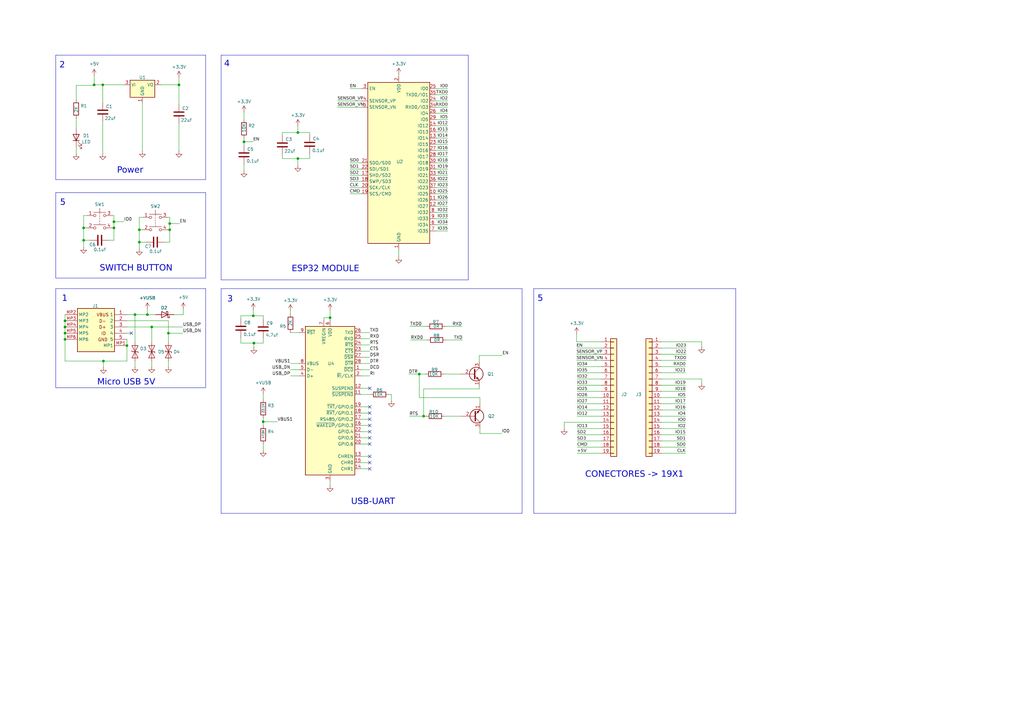
<source format=kicad_sch>
(kicad_sch (version 20230121) (generator eeschema)
  (paper "A3")
  (title_block (title "Modulo ESP32-DevKitC-V4") (date "2023-06-03") (rev "V 1.1") (company "MACHINE ELECTRONICS") (comment 1 "Raudy Rodríguez Moreno"))
  (lib_symbols
    (symbol "Connector_Generic:Conn_01x19" (pin_names (offset 1.016) hide)
      (property "Reference" "J" (at 0 25.4 0))
      (property "Value" "Conn_01x19" (at 0 -25.4 0))
      (symbol "Conn_01x19_1_1"
        (rectangle (start -1.27 -22.733) (end 0 -22.987) (stroke (width 0.1524)))
        (rectangle (start -1.27 -20.193) (end 0 -20.447) (stroke (width 0.1524)))
        (rectangle (start -1.27 -17.653) (end 0 -17.907) (stroke (width 0.1524)))
        (rectangle (start -1.27 -15.113) (end 0 -15.367) (stroke (width 0.1524)))
        (rectangle (start -1.27 -12.573) (end 0 -12.827) (stroke (width 0.1524)))
        (rectangle (start -1.27 -10.033) (end 0 -10.287) (stroke (width 0.1524)))
        (rectangle (start -1.27 -7.493) (end 0 -7.747) (stroke (width 0.1524)))
        (rectangle (start -1.27 -4.953) (end 0 -5.207) (stroke (width 0.1524)))
        (rectangle (start -1.27 -2.413) (end 0 -2.667) (stroke (width 0.1524)))
        (rectangle (start -1.27 0.127) (end 0 -0.127) (stroke (width 0.1524)))
        (rectangle (start -1.27 2.667) (end 0 2.413) (stroke (width 0.1524)))
        (rectangle (start -1.27 5.207) (end 0 4.953) (stroke (width 0.1524)))
        (rectangle (start -1.27 7.747) (end 0 7.493) (stroke (width 0.1524)))
        (rectangle (start -1.27 10.287) (end 0 10.033) (stroke (width 0.1524)))
        (rectangle (start -1.27 12.827) (end 0 12.573) (stroke (width 0.1524)))
        (rectangle (start -1.27 15.367) (end 0 15.113) (stroke (width 0.1524)))
        (rectangle (start -1.27 17.907) (end 0 17.653) (stroke (width 0.1524)))
        (rectangle (start -1.27 20.447) (end 0 20.193) (stroke (width 0.1524)))
        (rectangle (start -1.27 22.987) (end 0 22.733) (stroke (width 0.1524)))
        (rectangle (start -1.27 24.13) (end 1.27 -24.13) (stroke (width 0.254)) (fill (type background)))
        (pin passive line (at -5.08 22.86 0) (length 3.81) (name "Pin_1") (number "1"))
        (pin passive line (at -5.08 0 0) (length 3.81) (name "Pin_10") (number "10"))
        (pin passive line (at -5.08 -2.54 0) (length 3.81) (name "Pin_11") (number "11"))
        (pin passive line (at -5.08 -5.08 0) (length 3.81) (name "Pin_12") (number "12"))
        (pin passive line (at -5.08 -7.62 0) (length 3.81) (name "Pin_13") (number "13"))
        (pin passive line (at -5.08 -10.16 0) (length 3.81) (name "Pin_14") (number "14"))
        (pin passive line (at -5.08 -12.7 0) (length 3.81) (name "Pin_15") (number "15"))
        (pin passive line (at -5.08 -15.24 0) (length 3.81) (name "Pin_16") (number "16"))
        (pin passive line (at -5.08 -17.78 0) (length 3.81) (name "Pin_17") (number "17"))
        (pin passive line (at -5.08 -20.32 0) (length 3.81) (name "Pin_18") (number "18"))
        (pin passive line (at -5.08 -22.86 0) (length 3.81) (name "Pin_19") (number "19"))
        (pin passive line (at -5.08 20.32 0) (length 3.81) (name "Pin_2") (number "2"))
        (pin passive line (at -5.08 17.78 0) (length 3.81) (name "Pin_3") (number "3"))
        (pin passive line (at -5.08 15.24 0) (length 3.81) (name "Pin_4") (number "4"))
        (pin passive line (at -5.08 12.7 0) (length 3.81) (name "Pin_5") (number "5"))
        (pin passive line (at -5.08 10.16 0) (length 3.81) (name "Pin_6") (number "6"))
        (pin passive line (at -5.08 7.62 0) (length 3.81) (name "Pin_7") (number "7"))
        (pin passive line (at -5.08 5.08 0) (length 3.81) (name "Pin_8") (number "8"))
        (pin passive line (at -5.08 2.54 0) (length 3.81) (name "Pin_9") (number "9"))
      )
    )
    (symbol "Device:C" (pin_numbers hide) (pin_names (offset 0.254))
      (property "Reference" "C" (at 0.635 2.54 0))
      (property "Value" "C" (at 0.635 -2.54 0))
      (symbol "C_0_1"
        (polyline (pts (xy -2.032 -0.762) (xy 2.032 -0.762)) (stroke (width 0.508)))
        (polyline (pts (xy -2.032 0.762) (xy 2.032 0.762)) (stroke (width 0.508)))
      )
      (symbol "C_1_1"
        (pin passive line (at 0 3.81 270) (length 2.794) (name "~") (number "1"))
        (pin passive line (at 0 -3.81 90) (length 2.794) (name "~") (number "2"))
      )
    )
    (symbol "Device:D_Schottky" (pin_numbers hide) (pin_names (offset 1.016) hide)
      (property "Reference" "D" (at 0 2.54 0))
      (property "Value" "D_Schottky" (at 0 -2.54 0))
      (symbol "D_Schottky_0_1"
        (polyline (pts (xy 1.27 0) (xy -1.27 0)))
        (polyline (pts (xy 1.27 1.27) (xy 1.27 -1.27) (xy -1.27 0) (xy 1.27 1.27)) (stroke (width 0.254)))
        (polyline (pts (xy -1.905 0.635) (xy -1.905 1.27) (xy -1.27 1.27) (xy -1.27 -1.27) (xy -0.635 -1.27) (xy -0.635 -0.635)) (stroke (width 0.254)))
      )
      (symbol "D_Schottky_1_1"
        (pin passive line (at -3.81 0 0) (length 2.54) (name "K") (number "1"))
        (pin passive line (at 3.81 0 180) (length 2.54) (name "A") (number "2"))
      )
    )
    (symbol "Device:LED" (pin_numbers hide) (pin_names (offset 1.016) hide)
      (property "Reference" "D" (at 0 2.54 0))
      (property "Value" "LED" (at 0 -2.54 0))
      (symbol "LED_0_1"
        (polyline (pts (xy -1.27 -1.27) (xy -1.27 1.27)) (stroke (width 0.254)))
        (polyline (pts (xy -1.27 0) (xy 1.27 0)))
        (polyline (pts (xy 1.27 -1.27) (xy 1.27 1.27) (xy -1.27 0) (xy 1.27 -1.27)) (stroke (width 0.254)))
        (polyline (pts (xy -3.048 -0.762) (xy -4.572 -2.286) (xy -3.81 -2.286) (xy -4.572 -2.286) (xy -4.572 -1.524)))
        (polyline (pts (xy -1.778 -0.762) (xy -3.302 -2.286) (xy -2.54 -2.286) (xy -3.302 -2.286) (xy -3.302 -1.524)))
      )
      (symbol "LED_1_1"
        (pin passive line (at -3.81 0 0) (length 2.54) (name "K") (number "1"))
        (pin passive line (at 3.81 0 180) (length 2.54) (name "A") (number "2"))
      )
    )
    (symbol "Device:R" (pin_numbers hide) (pin_names (offset 0))
      (property "Reference" "R" (at 2.032 0 90))
      (property "Value" "R" (at 0 0 90))
      (symbol "R_0_1"
        (rectangle (start -1.016 -2.54) (end 1.016 2.54) (stroke (width 0.254)))
      )
      (symbol "R_1_1"
        (pin passive line (at 0 3.81 270) (length 1.27) (name "~") (number "1"))
        (pin passive line (at 0 -3.81 90) (length 1.27) (name "~") (number "2"))
      )
    )
    (symbol "Diode:ESD9B3.3ST5G" (pin_numbers hide) (pin_names (offset 1.016) hide)
      (property "Reference" "D" (at 0 2.54 0))
      (property "Value" "ESD9B3.3ST5G" (at 0 -2.54 0))
      (symbol "ESD9B3.3ST5G_0_1"
        (polyline (pts (xy 1.27 0) (xy -1.27 0)))
        (polyline (pts (xy -2.54 -1.27) (xy 0 0) (xy -2.54 1.27) (xy -2.54 -1.27)) (stroke (width 0.2032)))
        (polyline (pts (xy 0.508 1.27) (xy 0 1.27) (xy 0 -1.27) (xy -0.508 -1.27)) (stroke (width 0.2032)))
        (polyline (pts (xy 2.54 1.27) (xy 2.54 -1.27) (xy 0 0) (xy 2.54 1.27)) (stroke (width 0.2032)))
      )
      (symbol "ESD9B3.3ST5G_1_1"
        (pin passive line (at -3.81 0 0) (length 2.54) (name "A1") (number "1"))
        (pin passive line (at 3.81 0 180) (length 2.54) (name "A2") (number "2"))
      )
    )
    (symbol "Interface_USB:CP2102N-Axx-xQFN28"
      (property "Reference" "U" (at -8.89 31.75 0))
      (property "Value" "CP2102N-Axx-xQFN28" (at 12.7 31.75 0))
      (symbol "CP2102N-Axx-xQFN28_0_1"
        (rectangle (start -10.16 30.48) (end 10.16 -30.48) (stroke (width 0.254)) (fill (type background)))
      )
      (symbol "CP2102N-Axx-xQFN28_1_1"
        (pin input line (at 12.7 12.7 180) (length 2.54) (name "~{DCD}") (number "1"))
        (pin no_connect line (at -10.16 -27.94 0) (length 2.54) hide (name "NC") (number "10"))
        (pin output line (at 12.7 2.54 180) (length 2.54) (name "~{SUSPEND}") (number "11"))
        (pin output line (at 12.7 5.08 180) (length 2.54) (name "SUSPEND") (number "12"))
        (pin output line (at 12.7 -22.86 180) (length 2.54) (name "CHREN") (number "13"))
        (pin output line (at 12.7 -27.94 180) (length 2.54) (name "CHR1") (number "14"))
        (pin output line (at 12.7 -25.4 180) (length 2.54) (name "CHR0") (number "15"))
        (pin bidirectional line (at 12.7 -10.16 180) (length 2.54) (name "~{WAKEUP}/GPIO.3") (number "16"))
        (pin bidirectional line (at 12.7 -7.62 180) (length 2.54) (name "RS485/GPIO.2") (number "17"))
        (pin bidirectional line (at 12.7 -5.08 180) (length 2.54) (name "~{RXT}/GPIO.1") (number "18"))
        (pin bidirectional line (at 12.7 -2.54 180) (length 2.54) (name "~{TXT}/GPIO.0") (number "19"))
        (pin bidirectional line (at 12.7 10.16 180) (length 2.54) (name "~{RI}/CLK") (number "2"))
        (pin bidirectional line (at 12.7 -17.78 180) (length 2.54) (name "GPIO.6") (number "20"))
        (pin bidirectional line (at 12.7 -15.24 180) (length 2.54) (name "GPIO.5") (number "21"))
        (pin bidirectional line (at 12.7 -12.7 180) (length 2.54) (name "GPIO.4") (number "22"))
        (pin input line (at 12.7 20.32 180) (length 2.54) (name "~{CTS}") (number "23"))
        (pin output line (at 12.7 22.86 180) (length 2.54) (name "~{RTS}") (number "24"))
        (pin input line (at 12.7 25.4 180) (length 2.54) (name "RXD") (number "25"))
        (pin output line (at 12.7 27.94 180) (length 2.54) (name "TXD") (number "26"))
        (pin input line (at 12.7 17.78 180) (length 2.54) (name "~{DSR}") (number "27"))
        (pin output line (at 12.7 15.24 180) (length 2.54) (name "~{DTR}") (number "28"))
        (pin passive line (at 0 -33.02 90) (length 2.54) hide (name "GND") (number "29"))
        (pin power_in line (at 0 -33.02 90) (length 2.54) (name "GND") (number "3"))
        (pin bidirectional line (at -12.7 10.16 0) (length 2.54) (name "D+") (number "4"))
        (pin bidirectional line (at -12.7 12.7 0) (length 2.54) (name "D-") (number "5"))
        (pin power_in line (at 0 33.02 270) (length 2.54) (name "VDD") (number "6"))
        (pin power_in line (at -2.54 33.02 270) (length 2.54) (name "VREGIN") (number "7"))
        (pin input line (at -12.7 15.24 0) (length 2.54) (name "VBUS") (number "8"))
        (pin input line (at -12.7 27.94 0) (length 2.54) (name "~{RST}") (number "9"))
      )
    )
    (symbol "RF_Module:ESP32-WROOM-32"
      (property "Reference" "U" (at -12.7 34.29 0))
      (property "Value" "ESP32-WROOM-32" (at 1.27 34.29 0))
      (symbol "ESP32-WROOM-32_0_1"
        (rectangle (start -12.7 33.02) (end 12.7 -33.02) (stroke (width 0.254)) (fill (type background)))
      )
      (symbol "ESP32-WROOM-32_1_1"
        (pin power_in line (at 0 -35.56 90) (length 2.54) (name "GND") (number "1"))
        (pin bidirectional line (at 15.24 -12.7 180) (length 2.54) (name "IO25") (number "10"))
        (pin bidirectional line (at 15.24 -15.24 180) (length 2.54) (name "IO26") (number "11"))
        (pin bidirectional line (at 15.24 -17.78 180) (length 2.54) (name "IO27") (number "12"))
        (pin bidirectional line (at 15.24 10.16 180) (length 2.54) (name "IO14") (number "13"))
        (pin bidirectional line (at 15.24 15.24 180) (length 2.54) (name "IO12") (number "14"))
        (pin passive line (at 0 -35.56 90) (length 2.54) hide (name "GND") (number "15"))
        (pin bidirectional line (at 15.24 12.7 180) (length 2.54) (name "IO13") (number "16"))
        (pin bidirectional line (at -15.24 -5.08 0) (length 2.54) (name "SHD/SD2") (number "17"))
        (pin bidirectional line (at -15.24 -7.62 0) (length 2.54) (name "SWP/SD3") (number "18"))
        (pin bidirectional line (at -15.24 -12.7 0) (length 2.54) (name "SCS/CMD") (number "19"))
        (pin power_in line (at 0 35.56 270) (length 2.54) (name "VDD") (number "2"))
        (pin bidirectional line (at -15.24 -10.16 0) (length 2.54) (name "SCK/CLK") (number "20"))
        (pin bidirectional line (at -15.24 0 0) (length 2.54) (name "SDO/SD0") (number "21"))
        (pin bidirectional line (at -15.24 -2.54 0) (length 2.54) (name "SDI/SD1") (number "22"))
        (pin bidirectional line (at 15.24 7.62 180) (length 2.54) (name "IO15") (number "23"))
        (pin bidirectional line (at 15.24 25.4 180) (length 2.54) (name "IO2") (number "24"))
        (pin bidirectional line (at 15.24 30.48 180) (length 2.54) (name "IO0") (number "25"))
        (pin bidirectional line (at 15.24 20.32 180) (length 2.54) (name "IO4") (number "26"))
        (pin bidirectional line (at 15.24 5.08 180) (length 2.54) (name "IO16") (number "27"))
        (pin bidirectional line (at 15.24 2.54 180) (length 2.54) (name "IO17") (number "28"))
        (pin bidirectional line (at 15.24 17.78 180) (length 2.54) (name "IO5") (number "29"))
        (pin input line (at -15.24 30.48 0) (length 2.54) (name "EN") (number "3"))
        (pin bidirectional line (at 15.24 0 180) (length 2.54) (name "IO18") (number "30"))
        (pin bidirectional line (at 15.24 -2.54 180) (length 2.54) (name "IO19") (number "31"))
        (pin no_connect line (at -12.7 -27.94 0) (length 2.54) hide (name "NC") (number "32"))
        (pin bidirectional line (at 15.24 -5.08 180) (length 2.54) (name "IO21") (number "33"))
        (pin bidirectional line (at 15.24 22.86 180) (length 2.54) (name "RXD0/IO3") (number "34"))
        (pin bidirectional line (at 15.24 27.94 180) (length 2.54) (name "TXD0/IO1") (number "35"))
        (pin bidirectional line (at 15.24 -7.62 180) (length 2.54) (name "IO22") (number "36"))
        (pin bidirectional line (at 15.24 -10.16 180) (length 2.54) (name "IO23") (number "37"))
        (pin passive line (at 0 -35.56 90) (length 2.54) hide (name "GND") (number "38"))
        (pin passive line (at 0 -35.56 90) (length 2.54) hide (name "GND") (number "39"))
        (pin input line (at -15.24 25.4 0) (length 2.54) (name "SENSOR_VP") (number "4"))
        (pin input line (at -15.24 22.86 0) (length 2.54) (name "SENSOR_VN") (number "5"))
        (pin input line (at 15.24 -25.4 180) (length 2.54) (name "IO34") (number "6"))
        (pin input line (at 15.24 -27.94 180) (length 2.54) (name "IO35") (number "7"))
        (pin bidirectional line (at 15.24 -20.32 180) (length 2.54) (name "IO32") (number "8"))
        (pin bidirectional line (at 15.24 -22.86 180) (length 2.54) (name "IO33") (number "9"))
      )
    )
    (symbol "Regulator_Linear:AMS1117-3.3"
      (property "Reference" "U" (at -3.81 3.175 0))
      (property "Value" "AMS1117-3.3" (at 0 3.175 0))
      (symbol "AMS1117-3.3_0_1"
        (rectangle (start -5.08 -5.08) (end 5.08 1.905) (stroke (width 0.254)) (fill (type background)))
      )
      (symbol "AMS1117-3.3_1_1"
        (pin power_in line (at 0 -7.62 90) (length 2.54) (name "GND") (number "1"))
        (pin power_out line (at 7.62 0 180) (length 2.54) (name "VO") (number "2"))
        (pin power_in line (at -7.62 0 0) (length 2.54) (name "VI") (number "3"))
      )
    )
    (symbol "Switch:SW_Push_Dual" (pin_names (offset 1.016) hide)
      (property "Reference" "SW2" (at 0 7.874 0))
      (property "Value" "SW_Push_Dual" (at 0 5.334 0))
      (symbol "SW_Push_Dual_0_1"
        (circle (center -2.032 -5.08) (radius 0.508))
        (circle (center -2.032 0) (radius 0.508))
        (polyline (pts (xy 0 -3.048) (xy 0 -3.556)))
        (polyline (pts (xy 0 -2.032) (xy 0 -2.54)))
        (polyline (pts (xy 0 -1.524) (xy 0 -1.016)))
        (polyline (pts (xy 0 -0.508) (xy 0 0)))
        (polyline (pts (xy 0 0.508) (xy 0 1.016)))
        (polyline (pts (xy 0 1.27) (xy 0 3.048)))
        (polyline (pts (xy 2.54 -3.81) (xy -2.54 -3.81)))
        (polyline (pts (xy 2.54 1.27) (xy -2.54 1.27)))
        (circle (center 2.032 -5.08) (radius 0.508))
        (circle (center 2.032 0) (radius 0.508))
        (pin passive line (at -5.08 0 0) (length 2.54) (name "1") (number "1"))
      )
      (symbol "SW_Push_Dual_1_1"
        (pin passive line (at -5.08 -5.08 0) (length 2.54) (name "2") (number "2"))
        (pin passive line (at 5.08 0 180) (length 2.54) (name "3") (number "3"))
        (pin passive line (at 5.08 -5.08 180) (length 2.54) (name "4") (number "4"))
      )
    )
    (symbol "Transistor_BJT:S8050" (pin_names (offset 0) hide)
      (property "Reference" "Q" (at 5.08 1.905 0))
      (property "Value" "S8050" (at 5.08 0 0))
      (symbol "S8050_0_1"
        (polyline (pts (xy 0 0) (xy 0.635 0)))
        (polyline (pts (xy 0.635 0.635) (xy 2.54 2.54)))
        (polyline (pts (xy 0.635 -0.635) (xy 2.54 -2.54) (xy 2.54 -2.54)))
        (polyline (pts (xy 0.635 1.905) (xy 0.635 -1.905) (xy 0.635 -1.905)) (stroke (width 0.508)))
        (polyline (pts (xy 1.27 -1.778) (xy 1.778 -1.27) (xy 2.286 -2.286) (xy 1.27 -1.778) (xy 1.27 -1.778)) (fill (type outline)))
        (circle (center 1.27 0) (radius 2.8194) (stroke (width 0.254)))
      )
      (symbol "S8050_1_1"
        (pin passive line (at 2.54 -5.08 90) (length 2.54) (name "E") (number "1"))
        (pin input line (at -5.08 0 0) (length 5.08) (name "B") (number "2"))
        (pin passive line (at 2.54 5.08 270) (length 2.54) (name "C") (number "3"))
      )
    )
    (symbol "miniUSB_10118192-0002LF:10118192-0002LF"
      (property "Reference" "J" (at 21.59 7.62 0))
      (property "Value" "10118192-0002LF" (at 21.59 5.08 0))
      (symbol "10118192-0002LF_1_1"
        (rectangle (start 5.08 2.54) (end 20.32 -15.24) (stroke (width 0.254)) (fill (type background)))
        (text "D+" (at 10.0076 -5.1308 0) (effects (font (size 1.27 1.27))))
        (text "D-" (at 9.9568 -2.6416 0) (effects (font (size 1.27 1.27))))
        (text "GND" (at 9.906 -10.2616 0) (effects (font (size 1.27 1.27))))
        (text "ID" (at 9.6012 -7.7216 0) (effects (font (size 1.27 1.27))))
        (text "VBUS" (at 9.9568 -0.0508 0) (effects (font (size 1.27 1.27))))
        (pin passive line (at 0 0 0) (length 5.08) (name "1") (number "1"))
        (pin passive line (at 0 -2.54 0) (length 5.08) (name "2") (number "2"))
        (pin passive line (at 0 -5.08 0) (length 5.08) (name "3") (number "3"))
        (pin passive line (at 0 -7.62 0) (length 5.08) (name "4") (number "4"))
        (pin passive line (at 0 -10.16 0) (length 5.08) (name "5") (number "5"))
        (pin passive line (at 0 -12.7 0) (length 5.08) (name "MP1") (number "MP1"))
        (pin passive line (at 25.4 0 180) (length 5.08) (name "MP2") (number "MP2"))
        (pin passive line (at 25.4 -2.54 180) (length 5.08) (name "MP3") (number "MP3"))
        (pin passive line (at 25.4 -5.08 180) (length 5.08) (name "MP4") (number "MP4"))
        (pin passive line (at 25.4 -7.62 180) (length 5.08) (name "MP5") (number "MP5"))
        (pin passive line (at 25.4 -10.16 180) (length 5.08) (name "MP6") (number "MP6"))
      )
    )
    (symbol "pdxlbs:+VUSB" (power) (pin_names (offset 0))
      (property "Value" "+VUSB" (at 0 3.81 0))
      (symbol "+VUSB_0_1"
        (polyline (pts (xy -0.762 1.27) (xy 0 2.54)))
        (polyline (pts (xy 0 0) (xy 0 2.54)))
        (polyline (pts (xy 0 2.54) (xy 0.762 1.27)))
      )
      (symbol "+VUSB_1_1"
        (pin power_in line (at 0 0 90) (length 0) hide (name "+VUSB") (number "1"))
      )
    )
    (symbol "power:+3.3V" (power) (pin_names (offset 0))
      (property "Value" "+3.3V" (at 0 3.556 0))
      (symbol "+3.3V_0_1"
        (polyline (pts (xy -0.762 1.27) (xy 0 2.54)))
        (polyline (pts (xy 0 0) (xy 0 2.54)))
        (polyline (pts (xy 0 2.54) (xy 0.762 1.27)))
      )
      (symbol "+3.3V_1_1"
        (pin power_in line (at 0 0 90) (length 0) hide (name "+3.3V") (number "1"))
      )
    )
    (symbol "power:+5V" (power) (pin_names (offset 0))
      (property "Value" "+5V" (at 0 3.556 0))
      (symbol "+5V_0_1"
        (polyline (pts (xy -0.762 1.27) (xy 0 2.54)))
        (polyline (pts (xy 0 0) (xy 0 2.54)))
        (polyline (pts (xy 0 2.54) (xy 0.762 1.27)))
      )
      (symbol "+5V_1_1"
        (pin power_in line (at 0 0 90) (length 0) hide (name "+5V") (number "1"))
      )
    )
    (symbol "power:GND" (power) (pin_names (offset 0))
      (property "Value" "GND" (at 0 -3.81 0))
      (symbol "GND_0_1"
        (polyline (pts (xy 0 0) (xy 0 -1.27) (xy 1.27 -1.27) (xy 0 -2.54) (xy -1.27 -1.27) (xy 0 -1.27)))
      )
      (symbol "GND_1_1"
        (pin power_in line (at 0 0 270) (length 0) hide (name "GND") (number "1"))
      )
    )
  )
  (junction (at 57.15 99.314))
  (junction (at 26.67 136.652))
  (junction (at 173.736 170.688))
  (junction (at 26.67 134.112))
  (junction (at 100.076 58.166))
  (junction (at 34.29 98.552))
  (junction (at 73.406 34.798))
  (junction (at 26.67 131.572))
  (junction (at 57.15 94.234))
  (junction (at 42.164 34.798))
  (junction (at 171.958 153.416))
  (junction (at 122.174 65.024))
  (junction (at 62.23 134.112))
  (junction (at 69.596 91.694))
  (junction (at 52.07 141.732))
  (junction (at 122.174 54.356))
  (junction (at 60.452 129.032))
  (junction (at 26.67 139.192))
  (junction (at 103.886 129.54))
  (junction (at 69.596 94.234))
  (junction (at 135.382 130.302))
  (junction (at 38.608 34.798))
  (junction (at 46.736 90.932))
  (junction (at 34.29 93.472))
  (junction (at 42.418 148.082))
  (junction (at 107.95 172.974))
  (junction (at 46.736 93.472))
  (junction (at 69.088 136.652))
  (junction (at 104.14 140.716))
  (junction (at 55.372 129.032))
  (no_connect (at 151.638 182.118))
  (no_connect (at 151.638 174.498))
  (no_connect (at 151.638 189.738))
  (no_connect (at 151.638 169.418))
  (no_connect (at 151.638 159.258))
  (no_connect (at 53.848 136.652))
  (no_connect (at 151.638 192.278))
  (no_connect (at 151.638 179.578))
  (no_connect (at 151.638 166.878))
  (no_connect (at 151.638 171.958))
  (no_connect (at 151.638 187.198))
  (no_connect (at 151.638 177.038))
  (wire (pts (xy 98.806 140.716) (xy 98.806 138.43)))
  (wire (pts (xy 132.842 130.302) (xy 135.382 130.302)))
  (polyline (pts (xy 84.328 78.994) (xy 84.328 114.046)))
  (wire (pts (xy 168.402 139.446) (xy 175.26 139.446)))
  (wire (pts (xy 281.178 157.988) (xy 271.272 157.988)))
  (wire (pts (xy 42.418 148.082) (xy 42.418 150.622)))
  (wire (pts (xy 143.51 36.322) (xy 148.336 36.322)))
  (wire (pts (xy 115.824 54.356) (xy 122.174 54.356)))
  (wire (pts (xy 52.07 131.572) (xy 69.088 131.572)))
  (wire (pts (xy 100.076 58.166) (xy 100.076 56.642)))
  (wire (pts (xy 196.85 163.068) (xy 196.85 165.608)))
  (wire (pts (xy 163.576 30.48) (xy 163.576 31.242)))
  (wire (pts (xy 73.406 34.798) (xy 73.406 42.926)))
  (wire (pts (xy 26.67 131.572) (xy 26.67 134.112)))
  (wire (pts (xy 73.406 50.546) (xy 73.406 61.976)))
  (wire (pts (xy 69.088 131.572) (xy 69.088 136.652)))
  (wire (pts (xy 115.824 55.626) (xy 115.824 54.356)))
  (wire (pts (xy 100.076 58.166) (xy 103.886 58.166)))
  (wire (pts (xy 168.148 133.858) (xy 175.006 133.858)))
  (wire (pts (xy 183.642 43.942) (xy 178.816 43.942)))
  (wire (pts (xy 100.076 67.31) (xy 100.076 70.104)))
  (wire (pts (xy 281.178 183.388) (xy 271.272 183.388)))
  (wire (pts (xy 182.626 133.858) (xy 189.484 133.858)))
  (wire (pts (xy 281.178 185.928) (xy 271.272 185.928)))
  (wire (pts (xy 69.596 89.154) (xy 68.834 89.154)))
  (wire (pts (xy 173.736 170.688) (xy 174.752 170.688)))
  (wire (pts (xy 281.432 142.748) (xy 271.272 142.748)))
  (wire (pts (xy 100.076 45.974) (xy 100.076 49.022)))
  (polyline (pts (xy 90.678 118.364) (xy 214.122 118.364)))
  (wire (pts (xy 34.29 93.472) (xy 34.29 98.552)))
  (wire (pts (xy 231.394 173.228) (xy 246.634 173.228)))
  (wire (pts (xy 38.608 34.798) (xy 42.164 34.798)))
  (wire (pts (xy 236.474 147.828) (xy 246.634 147.828)))
  (polyline (pts (xy 301.752 118.364) (xy 301.752 210.566)))
  (polyline (pts (xy 192.024 22.606) (xy 90.678 22.606)))
  (wire (pts (xy 55.372 148.082) (xy 55.372 150.368)))
  (wire (pts (xy 151.638 189.738) (xy 148.082 189.738)))
  (wire (pts (xy 135.382 130.302) (xy 135.382 131.318)))
  (wire (pts (xy 196.596 148.336) (xy 196.596 145.796)))
  (wire (pts (xy 183.642 79.502) (xy 178.816 79.502)))
  (wire (pts (xy 34.29 101.346) (xy 34.29 98.552)))
  (polyline (pts (xy 22.86 78.994) (xy 84.328 78.994)))
  (wire (pts (xy 183.642 74.422) (xy 178.816 74.422)))
  (wire (pts (xy 183.642 49.022) (xy 178.816 49.022)))
  (wire (pts (xy 26.67 139.192) (xy 26.67 148.082)))
  (wire (pts (xy 143.51 79.502) (xy 148.336 79.502)))
  (wire (pts (xy 151.638 159.258) (xy 148.082 159.258)))
  (wire (pts (xy 151.638 136.398) (xy 148.082 136.398)))
  (polyline (pts (xy 22.86 114.046) (xy 22.86 78.994)))
  (wire (pts (xy 143.51 76.962) (xy 148.336 76.962)))
  (wire (pts (xy 26.67 134.112) (xy 26.67 136.652)))
  (wire (pts (xy 57.15 94.234) (xy 57.15 99.314)))
  (wire (pts (xy 236.728 160.528) (xy 246.634 160.528)))
  (wire (pts (xy 69.088 148.082) (xy 69.088 150.368)))
  (wire (pts (xy 58.674 89.154) (xy 57.15 89.154)))
  (wire (pts (xy 151.638 166.878) (xy 148.082 166.878)))
  (wire (pts (xy 236.728 170.688) (xy 246.634 170.688)))
  (polyline (pts (xy 218.948 210.566) (xy 218.948 118.364)))
  (wire (pts (xy 52.07 129.032) (xy 55.372 129.032)))
  (wire (pts (xy 26.67 129.032) (xy 26.67 131.572)))
  (wire (pts (xy 66.04 34.798) (xy 73.406 34.798)))
  (wire (pts (xy 107.95 172.974) (xy 107.95 174.498)))
  (wire (pts (xy 236.728 180.848) (xy 246.634 180.848)))
  (wire (pts (xy 171.958 153.416) (xy 174.498 153.416)))
  (wire (pts (xy 231.394 175.768) (xy 231.394 173.228)))
  (wire (pts (xy 31.242 40.894) (xy 31.242 35.052)))
  (wire (pts (xy 183.642 84.582) (xy 178.816 84.582)))
  (wire (pts (xy 236.728 178.308) (xy 246.634 178.308)))
  (wire (pts (xy 236.728 165.608) (xy 246.634 165.608)))
  (wire (pts (xy 104.14 140.716) (xy 98.806 140.716)))
  (wire (pts (xy 73.66 91.694) (xy 69.596 91.694)))
  (wire (pts (xy 107.95 182.118) (xy 107.95 184.658)))
  (wire (pts (xy 236.728 168.148) (xy 246.634 168.148)))
  (wire (pts (xy 281.432 145.288) (xy 271.272 145.288)))
  (wire (pts (xy 271.272 155.448) (xy 287.782 155.448)))
  (wire (pts (xy 236.474 142.748) (xy 246.634 142.748)))
  (wire (pts (xy 42.164 34.798) (xy 50.8 34.798)))
  (wire (pts (xy 183.642 38.862) (xy 178.816 38.862)))
  (wire (pts (xy 26.67 148.082) (xy 42.418 148.082)))
  (wire (pts (xy 115.824 65.024) (xy 115.824 63.246)))
  (wire (pts (xy 60.452 129.032) (xy 63.754 129.032)))
  (wire (pts (xy 67.564 99.314) (xy 69.596 99.314)))
  (polyline (pts (xy 301.752 210.566) (xy 218.948 210.566)))
  (wire (pts (xy 57.15 99.314) (xy 59.944 99.314)))
  (wire (pts (xy 182.88 139.446) (xy 189.738 139.446)))
  (wire (pts (xy 31.242 35.052) (xy 38.608 35.052)))
  (wire (pts (xy 107.95 161.544) (xy 107.95 163.83)))
  (wire (pts (xy 135.382 127.254) (xy 135.382 130.302)))
  (polyline (pts (xy 90.678 210.566) (xy 90.678 118.364)))
  (wire (pts (xy 236.728 183.388) (xy 246.634 183.388)))
  (wire (pts (xy 44.704 98.552) (xy 46.736 98.552)))
  (wire (pts (xy 127 55.372) (xy 127 54.356)))
  (polyline (pts (xy 84.328 73.66) (xy 84.328 22.606)))
  (wire (pts (xy 151.638 141.478) (xy 148.082 141.478)))
  (wire (pts (xy 196.596 159.512) (xy 173.736 159.512)))
  (wire (pts (xy 31.242 60.198) (xy 31.242 62.992)))
  (wire (pts (xy 119.126 127.508) (xy 119.126 128.778)))
  (wire (pts (xy 143.51 71.882) (xy 148.336 71.882)))
  (wire (pts (xy 196.85 177.8) (xy 196.85 175.768)))
  (wire (pts (xy 183.642 69.342) (xy 178.816 69.342)))
  (wire (pts (xy 151.638 154.178) (xy 148.082 154.178)))
  (wire (pts (xy 287.782 142.24) (xy 287.782 140.208)))
  (wire (pts (xy 69.596 89.154) (xy 69.596 91.694)))
  (wire (pts (xy 151.638 151.638) (xy 148.082 151.638)))
  (polyline (pts (xy 84.328 118.364) (xy 84.328 159.004)))
  (wire (pts (xy 281.178 152.908) (xy 271.272 152.908)))
  (wire (pts (xy 62.23 134.112) (xy 74.93 134.112)))
  (wire (pts (xy 183.642 59.182) (xy 178.816 59.182)))
  (wire (pts (xy 281.178 178.308) (xy 271.272 178.308)))
  (wire (pts (xy 69.088 136.652) (xy 74.93 136.652)))
  (wire (pts (xy 236.474 145.288) (xy 246.634 145.288)))
  (polyline (pts (xy 22.86 73.66) (xy 84.328 73.66)))
  (wire (pts (xy 132.842 131.318) (xy 132.842 130.302)))
  (wire (pts (xy 38.608 35.052) (xy 38.608 34.798)))
  (wire (pts (xy 26.67 136.652) (xy 26.67 139.192)))
  (wire (pts (xy 236.728 157.988) (xy 246.634 157.988)))
  (wire (pts (xy 236.728 163.068) (xy 246.634 163.068)))
  (polyline (pts (xy 90.678 22.606) (xy 90.678 114.808)))
  (wire (pts (xy 46.736 93.472) (xy 46.736 98.552)))
  (wire (pts (xy 182.118 153.416) (xy 188.976 153.416)))
  (wire (pts (xy 183.642 56.642) (xy 178.816 56.642)))
  (wire (pts (xy 183.642 64.262) (xy 178.816 64.262)))
  (wire (pts (xy 281.178 165.608) (xy 271.272 165.608)))
  (wire (pts (xy 196.596 158.496) (xy 196.596 159.512)))
  (wire (pts (xy 148.082 161.798) (xy 151.892 161.798)))
  (wire (pts (xy 138.43 41.402) (xy 148.336 41.402)))
  (wire (pts (xy 52.07 136.652) (xy 53.848 136.652)))
  (wire (pts (xy 103.886 129.54) (xy 103.886 127)))
  (wire (pts (xy 159.512 161.798) (xy 160.528 161.798)))
  (wire (pts (xy 183.642 71.882) (xy 178.816 71.882)))
  (wire (pts (xy 183.642 54.102) (xy 178.816 54.102)))
  (polyline (pts (xy 84.328 114.046) (xy 22.86 114.046)))
  (wire (pts (xy 151.638 174.498) (xy 148.082 174.498)))
  (wire (pts (xy 58.42 42.418) (xy 58.42 61.976)))
  (wire (pts (xy 196.85 177.8) (xy 205.74 177.8)))
  (wire (pts (xy 69.596 94.234) (xy 69.596 99.314)))
  (wire (pts (xy 183.642 46.482) (xy 178.816 46.482)))
  (wire (pts (xy 55.372 129.032) (xy 60.452 129.032)))
  (wire (pts (xy 69.088 136.652) (xy 69.088 140.462)))
  (wire (pts (xy 281.178 173.228) (xy 271.272 173.228)))
  (wire (pts (xy 119.126 149.098) (xy 122.682 149.098)))
  (wire (pts (xy 183.642 41.402) (xy 178.816 41.402)))
  (wire (pts (xy 143.51 69.342) (xy 148.336 69.342)))
  (wire (pts (xy 62.23 148.082) (xy 62.23 150.368)))
  (wire (pts (xy 38.608 30.988) (xy 38.608 34.798)))
  (wire (pts (xy 34.29 93.472) (xy 35.814 93.472)))
  (wire (pts (xy 281.178 168.148) (xy 271.272 168.148)))
  (wire (pts (xy 196.596 145.796) (xy 205.994 145.796)))
  (wire (pts (xy 183.642 92.202) (xy 178.816 92.202)))
  (wire (pts (xy 151.638 171.958) (xy 148.082 171.958)))
  (wire (pts (xy 183.642 87.122) (xy 178.816 87.122)))
  (wire (pts (xy 127 65.024) (xy 122.174 65.024)))
  (wire (pts (xy 236.474 140.208) (xy 246.634 140.208)))
  (wire (pts (xy 151.638 138.938) (xy 148.082 138.938)))
  (wire (pts (xy 151.638 144.018) (xy 148.082 144.018)))
  (wire (pts (xy 151.638 146.558) (xy 148.082 146.558)))
  (wire (pts (xy 34.29 88.392) (xy 34.29 93.472)))
  (wire (pts (xy 236.474 136.906) (xy 236.474 140.208)))
  (wire (pts (xy 57.15 94.234) (xy 58.674 94.234)))
  (wire (pts (xy 46.736 90.932) (xy 46.736 93.472)))
  (polyline (pts (xy 84.328 22.606) (xy 22.86 22.606)))
  (wire (pts (xy 151.638 187.198) (xy 148.082 187.198)))
  (wire (pts (xy 45.974 93.472) (xy 46.736 93.472)))
  (wire (pts (xy 107.95 131.064) (xy 107.95 129.54)))
  (wire (pts (xy 107.95 138.684) (xy 107.95 140.716)))
  (wire (pts (xy 75.184 129.032) (xy 75.184 126.746)))
  (wire (pts (xy 122.174 65.024) (xy 115.824 65.024)))
  (wire (pts (xy 182.372 170.688) (xy 189.23 170.688)))
  (wire (pts (xy 46.736 88.392) (xy 45.974 88.392)))
  (wire (pts (xy 167.894 170.688) (xy 173.736 170.688)))
  (wire (pts (xy 143.51 74.422) (xy 148.336 74.422)))
  (wire (pts (xy 281.178 163.068) (xy 271.272 163.068)))
  (wire (pts (xy 151.638 177.038) (xy 148.082 177.038)))
  (wire (pts (xy 98.806 130.81) (xy 98.806 129.54)))
  (wire (pts (xy 236.728 152.908) (xy 246.634 152.908)))
  (wire (pts (xy 60.452 126.746) (xy 60.452 129.032)))
  (wire (pts (xy 57.15 89.154) (xy 57.15 94.234)))
  (polyline (pts (xy 84.328 159.004) (xy 22.86 159.004)))
  (polyline (pts (xy 22.86 159.004) (xy 22.86 118.364)))
  (wire (pts (xy 71.374 129.032) (xy 75.184 129.032)))
  (wire (pts (xy 183.642 51.562) (xy 178.816 51.562)))
  (wire (pts (xy 135.382 197.358) (xy 135.382 199.136)))
  (polyline (pts (xy 192.024 22.606) (xy 192.024 114.808)))
  (wire (pts (xy 143.51 66.802) (xy 148.336 66.802)))
  (wire (pts (xy 173.736 159.512) (xy 173.736 170.688)))
  (wire (pts (xy 119.126 136.398) (xy 122.682 136.398)))
  (wire (pts (xy 183.642 82.042) (xy 178.816 82.042)))
  (wire (pts (xy 281.178 175.768) (xy 271.272 175.768)))
  (wire (pts (xy 52.07 148.082) (xy 42.418 148.082)))
  (wire (pts (xy 55.372 129.032) (xy 55.372 140.462)))
  (wire (pts (xy 236.728 155.448) (xy 246.634 155.448)))
  (wire (pts (xy 151.638 179.578) (xy 148.082 179.578)))
  (wire (pts (xy 34.29 98.552) (xy 37.084 98.552)))
  (wire (pts (xy 151.638 182.118) (xy 148.082 182.118)))
  (wire (pts (xy 281.178 160.528) (xy 271.272 160.528)))
  (wire (pts (xy 236.728 150.368) (xy 246.634 150.368)))
  (wire (pts (xy 122.174 54.356) (xy 122.174 51.562)))
  (wire (pts (xy 183.642 61.722) (xy 178.816 61.722)))
  (wire (pts (xy 196.85 163.068) (xy 171.958 163.068)))
  (wire (pts (xy 122.174 67.818) (xy 122.174 65.024)))
  (wire (pts (xy 119.126 154.178) (xy 122.682 154.178)))
  (wire (pts (xy 68.834 94.234) (xy 69.596 94.234)))
  (wire (pts (xy 183.642 89.662) (xy 178.816 89.662)))
  (wire (pts (xy 183.642 94.742) (xy 178.816 94.742)))
  (wire (pts (xy 183.642 36.322) (xy 178.816 36.322)))
  (wire (pts (xy 42.164 42.164) (xy 42.164 34.798)))
  (wire (pts (xy 151.638 192.278) (xy 148.082 192.278)))
  (wire (pts (xy 31.242 48.514) (xy 31.242 52.578)))
  (wire (pts (xy 171.958 163.068) (xy 171.958 153.416)))
  (wire (pts (xy 73.406 34.798) (xy 73.406 31.75)))
  (wire (pts (xy 127 54.356) (xy 122.174 54.356)))
  (wire (pts (xy 46.736 88.392) (xy 46.736 90.932)))
  (wire (pts (xy 236.728 185.928) (xy 246.634 185.928)))
  (wire (pts (xy 104.14 140.716) (xy 104.14 142.494)))
  (polyline (pts (xy 218.948 118.364) (xy 301.752 118.364)))
  (wire (pts (xy 163.576 102.362) (xy 163.576 105.41)))
  (wire (pts (xy 107.95 171.45) (xy 107.95 172.974)))
  (wire (pts (xy 62.23 134.112) (xy 62.23 140.462)))
  (wire (pts (xy 183.642 76.962) (xy 178.816 76.962)))
  (wire (pts (xy 119.126 151.638) (xy 122.682 151.638)))
  (wire (pts (xy 151.638 149.098) (xy 148.082 149.098)))
  (wire (pts (xy 151.638 169.418) (xy 148.082 169.418)))
  (wire (pts (xy 57.15 102.108) (xy 57.15 99.314)))
  (wire (pts (xy 281.432 147.828) (xy 271.272 147.828)))
  (wire (pts (xy 281.178 150.368) (xy 271.272 150.368)))
  (wire (pts (xy 107.95 140.716) (xy 104.14 140.716)))
  (wire (pts (xy 127 62.992) (xy 127 65.024)))
  (wire (pts (xy 281.178 170.688) (xy 271.272 170.688)))
  (wire (pts (xy 167.64 153.416) (xy 171.958 153.416)))
  (wire (pts (xy 69.596 91.694) (xy 69.596 94.234)))
  (wire (pts (xy 138.43 43.942) (xy 148.336 43.942)))
  (polyline (pts (xy 22.86 22.606) (xy 22.86 73.66)))
  (wire (pts (xy 100.076 59.69) (xy 100.076 58.166)))
  (polyline (pts (xy 214.122 118.364) (xy 214.122 210.566)))
  (wire (pts (xy 107.95 172.974) (xy 113.792 172.974)))
  (wire (pts (xy 271.272 140.208) (xy 287.782 140.208)))
  (wire (pts (xy 52.07 141.732) (xy 52.07 148.082)))
  (wire (pts (xy 183.642 66.802) (xy 178.816 66.802)))
  (wire (pts (xy 35.814 88.392) (xy 34.29 88.392)))
  (polyline (pts (xy 214.122 210.566) (xy 90.678 210.566)))
  (wire (pts (xy 281.178 180.848) (xy 271.272 180.848)))
  (wire (pts (xy 107.95 129.54) (xy 103.886 129.54)))
  (wire (pts (xy 236.728 175.768) (xy 246.634 175.768)))
  (wire (pts (xy 52.07 139.192) (xy 52.07 141.732)))
  (polyline (pts (xy 90.678 114.808) (xy 192.024 114.808)))
  (polyline (pts (xy 22.86 118.364) (xy 84.328 118.364)))
  (wire (pts (xy 160.528 161.798) (xy 160.528 164.338)))
  (wire (pts (xy 287.782 157.226) (xy 287.782 155.448)))
  (wire (pts (xy 52.07 134.112) (xy 62.23 134.112)))
  (wire (pts (xy 98.806 129.54) (xy 103.886 129.54)))
  (wire (pts (xy 50.8 90.932) (xy 46.736 90.932)))
  (wire (pts (xy 42.164 49.784) (xy 42.164 62.992)))
  (text "ESP32 MODULE" (at 119.634 112.522 0) (effects (font (size 2.54 2.54)) (justify left bottom)))
  (text "SWITCH BUTTON" (at 40.894 112.268 0) (effects (font (size 2.54 2.54)) (justify left bottom)))
  (text "5" (at 24.638 85.344 0) (effects (font (size 2.54 2.54)) (justify left bottom)))
  (text "2" (at 24.384 28.956 0) (effects (font (size 2.54 2.54)) (justify left bottom)))
  (text "5" (at 220.472 124.714 0) (effects (font (size 2.54 2.54)) (justify left bottom)))
  (text "1" (at 25.4 124.714 0) (effects (font (size 2.54 2.54)) (justify left bottom)))
  (text "Power" (at 48.006 72.136 0) (effects (font (size 2.54 2.54)) (justify left bottom)))
  (text "Micro USB 5V" (at 39.878 159.004 0) (effects (font (size 2.54 2.54)) (justify left bottom)))
  (text "4" (at 91.948 28.448 0) (effects (font (size 2.54 2.54)) (justify left bottom)))
  (text "CONECTORES -> 19X1" (at 240.03 196.85 0) (effects (font (size 2.54 2.54)) (justify left bottom)))
  (text "USB-UART" (at 144.018 208.026 0) (effects (font (size 2.54 2.54)) (justify left bottom)))
  (text "3" (at 93.218 124.968 0) (effects (font (size 2.54 2.54)) (justify left bottom)))
  (label "SD0" (at 143.51 66.802 0))
  (label "DTR" (at 167.64 153.416 0))
  (label "IO35" (at 236.728 152.908 0))
  (label "IO0" (at 281.178 173.228 180))
  (label "IO25" (at 183.642 79.502 180))
  (label "SD1" (at 143.51 69.342 0))
  (label "IO0" (at 205.74 177.8 0))
  (label "EN" (at 73.66 91.694 0))
  (label "IO16" (at 281.178 168.148 180))
  (label "IO32" (at 236.728 155.448 0))
  (label "EN" (at 143.51 36.322 0))
  (label "CLK" (at 281.178 185.928 180))
  (label "IO18" (at 183.642 66.802 180))
  (label "IO13" (at 236.728 175.768 0))
  (label "RXD0" (at 183.642 43.942 180))
  (label "IO27" (at 183.642 84.582 180))
  (label "IO33" (at 236.728 157.988 0))
  (label "IO34" (at 236.728 150.368 0))
  (label "TXD0" (at 281.432 147.828 180))
  (label "CLK" (at 143.51 76.962 0))
  (label "RXD0" (at 281.178 150.368 180))
  (label "IO5" (at 183.642 49.022 180))
  (label "IO32" (at 183.642 87.122 180))
  (label "IO12" (at 236.728 170.688 0))
  (label "IO2" (at 281.178 175.768 180))
  (label "CMD" (at 236.728 183.388 0))
  (label "IO0" (at 183.642 36.322 180))
  (label "IO17" (at 183.642 64.262 180))
  (label "RXD" (at 189.484 133.858 180))
  (label "CMD" (at 143.51 79.502 0))
  (label "SENSOR_VN" (at 138.43 43.942 0))
  (label "IO27" (at 236.728 165.608 0))
  (label "IO0" (at 50.8 90.932 0))
  (label "RTS" (at 167.894 170.688 0))
  (label "IO22" (at 183.642 74.422 180))
  (label "IO2" (at 183.642 41.402 180))
  (label "IO5" (at 281.178 163.068 180))
  (label "RI" (at 151.638 154.178 0))
  (label "DCD" (at 151.638 151.638 0))
  (label "IO23" (at 183.642 76.962 180))
  (label "USB_DP" (at 119.126 154.178 180))
  (label "IO25" (at 236.728 160.528 0))
  (label "IO19" (at 281.178 157.988 180))
  (label "DTR" (at 151.638 149.098 0))
  (label "SD2" (at 143.51 71.882 0))
  (label "IO15" (at 183.642 59.182 180))
  (label "IO34" (at 183.642 92.202 180))
  (label "USB_DP" (at 74.93 134.112 0))
  (label "DSR" (at 151.638 146.558 0))
  (label "IO14" (at 236.728 168.148 0))
  (label "IO17" (at 281.178 165.608 180))
  (label "EN" (at 236.474 142.748 0))
  (label "IO26" (at 236.728 163.068 0))
  (label "IO15" (at 281.178 178.308 180))
  (label "TXD0" (at 168.148 133.858 0))
  (label "VBUS1" (at 119.126 149.098 180))
  (label "TXD" (at 151.638 136.398 0))
  (label "SD3" (at 236.728 180.848 0))
  (label "IO16" (at 183.642 61.722 180))
  (label "TXD" (at 189.738 139.446 180))
  (label "+5V" (at 236.728 185.928 0))
  (label "RXD0" (at 168.402 139.446 0))
  (label "IO19" (at 183.642 69.342 180))
  (label "SENSOR_VP" (at 138.43 41.402 0))
  (label "SENSOR_VN" (at 236.474 147.828 0))
  (label "IO26" (at 183.642 82.042 180))
  (label "IO18" (at 281.178 160.528 180))
  (label "IO33" (at 183.642 89.662 180))
  (label "VBUS1" (at 113.792 172.974 0))
  (label "RXD" (at 151.638 138.938 0))
  (label "IO12" (at 183.642 51.562 180))
  (label "IO13" (at 183.642 54.102 180))
  (label "SD2" (at 236.728 178.308 0))
  (label "USB_DN" (at 74.93 136.652 0))
  (label "CTS" (at 151.638 144.018 0))
  (label "USB_DN" (at 119.126 151.638 180))
  (label "SENSOR_VP" (at 236.474 145.288 0))
  (label "IO21" (at 183.642 71.882 180))
  (label "SD3" (at 143.51 74.422 0))
  (label "IO22" (at 281.432 145.288 180))
  (label "IO14" (at 183.642 56.642 180))
  (label "SD1" (at 281.178 180.848 180))
  (label "IO4" (at 281.178 170.688 180))
  (label "IO21" (at 281.178 152.908 180))
  (label "IO23" (at 281.432 142.748 180))
  (label "RTS" (at 151.638 141.478 0))
  (label "IO35" (at 183.642 94.742 180))
  (label "EN" (at 103.886 58.166 0))
  (label "TXD0" (at 183.642 38.862 180))
  (label "IO4" (at 183.642 46.482 180))
  (label "EN" (at 205.994 145.796 0))
  (label "SD0" (at 281.178 183.388 180))
  (symbol (lib_id "Switch:SW_Push_Dual") (at 40.894 88.392 0) (unit 1)
    (property "Reference" "SW1" (at 40.894 83.82 0))
    (property "Value" "SW_Push_Dual" (effects hide))
    (property "Footprint" "LibKiCad:KMT021NGJLHS" (effects hide))
    (property "Datasheet" "https://www.mouser.com/datasheet/2/240/kmt0-3051134.pdf" (effects hide))
  )
  (symbol (lib_id "Device:R") (at 178.562 170.688 90) (unit 1)
    (property "Reference" "R10" (at 179.832 168.91 90) (effects (justify left)))
    (property "Value" "10K" (at 180.086 170.688 90) (effects (justify left)))
    (property "Footprint" "Resistor_SMD:R_0402_1005Metric_Pad0.72x0.64mm_HandSolder" (effects hide))
  )
  (symbol (lib_id "Device:C") (at 127 59.182 0) (unit 1)
    (property "Reference" "C4" (at 128.27 56.896 0) (effects (justify left)))
    (property "Value" "0.1uf" (at 128.016 61.722 0) (effects (justify left)))
    (property "Footprint" "Capacitor_SMD:C_0402_1005Metric_Pad0.74x0.62mm_HandSolder" (effects hide))
  )
  (symbol (lib_id "Device:LED") (at 31.242 56.388 90) (unit 1)
    (property "Reference" "D1" (at 34.036 55.626 90) (effects (justify right)))
    (property "Value" "LED" (at 33.528 58.166 90) (effects (justify right)))
    (property "Footprint" "LED_SMD:LED_0603_1608Metric_Pad1.05x0.95mm_HandSolder" (effects hide))
  )
  (symbol (lib_id "power:+3.3V") (at 236.474 136.906 0) (unit 1)
    (property "Reference" "#PWR029" (effects hide))
    (property "Value" "+3.3V" (at 236.474 132.588 0))
  )
  (symbol (lib_id "power:+5V") (at 38.608 30.988 0) (unit 1)
    (property "Reference" "#PWR01" (effects hide))
    (property "Value" "+5V" (at 38.608 26.162 0))
  )
  (symbol (lib_id "power:GND") (at 34.29 101.346 0) (unit 1)
    (property "Reference" "#PWR015" (effects hide))
    (property "Value" "GND" (effects hide))
  )
  (symbol (lib_id "miniUSB_10118192-0002LF:10118192-0002LF") (at 52.07 129.032 0) (mirror y) (unit 1)
    (property "Reference" "J1" (at 39.116 125.476 0))
    (property "Value" "10118192-0002LF" (effects hide))
    (property "Footprint" "LibKiCad:miniUSB_10118192-0002LF" (effects hide))
    (property "Datasheet" "https://www.amphenol-cs.com/media/wysiwyg/files/drawing/10118192.pdf" (effects hide))
    (property "Height" "3.05" (effects hide))
    (property "Mouser Part Number" "649-10118192-0002LF" (effects hide))
    (property "Mouser Price/Stock" "https://www.mouser.co.uk/ProductDetail/Amphenol-FCI/10118192-0002LF?qs=KVgMXE4aH4nIkuWlMxQzog%3D%3D" (effects hide))
    (property "Manufacturer_Name" "Amphenol Communications Solutions" (effects hide))
    (property "Manufacturer_Part_Number" "10118192-0002LF" (effects hide))
  )
  (symbol (lib_id "RF_Module:ESP32-WROOM-32") (at 163.576 66.802 0) (unit 1)
    (property "Reference" "U2" (at 162.56 66.294 0) (effects (justify left)))
    (property "Value" "ESP32-WROOM-32" (effects hide))
    (property "Footprint" "RF_Module:ESP32-WROOM-32" (effects hide))
    (property "Datasheet" "https://www.espressif.com/sites/default/files/documentation/esp32-wroom-32_datasheet_en.pdf" (effects hide))
  )
  (symbol (lib_id "Transistor_BJT:S8050") (at 194.056 153.416 0) (unit 1)
    (property "Reference" "Q1" (at 199.898 153.416 0) (effects (justify left)))
    (property "Value" "S8050" (effects hide))
    (property "Footprint" "Package_TO_SOT_SMD:SOT-23-3" (effects hide))
    (property "Datasheet" "http://www.unisonic.com.tw/datasheet/S8050.pdf" (effects hide))
  )
  (symbol (lib_id "power:GND") (at 231.394 175.768 0) (unit 1)
    (property "Reference" "#PWR032" (effects hide))
    (property "Value" "GND" (effects hide))
  )
  (symbol (lib_id "Device:C") (at 100.076 63.5 0) (unit 1)
    (property "Reference" "C5" (at 101.346 61.214 0) (effects (justify left)))
    (property "Value" "0.1uf" (at 101.092 66.04 0) (effects (justify left)))
    (property "Footprint" "Capacitor_SMD:C_0402_1005Metric_Pad0.74x0.62mm_HandSolder" (effects hide))
  )
  (symbol (lib_id "power:GND") (at 31.242 62.992 0) (unit 1)
    (property "Reference" "#PWR03" (effects hide))
    (property "Value" "GND" (effects hide))
  )
  (symbol (lib_id "Device:R") (at 155.702 161.798 90) (unit 1)
    (property "Reference" "R6" (at 156.972 160.02 90) (effects (justify left)))
    (property "Value" "10K" (at 157.226 161.798 90) (effects (justify left)))
    (property "Footprint" "Resistor_SMD:R_0402_1005Metric_Pad0.72x0.64mm_HandSolder" (effects hide))
  )
  (symbol (lib_id "power:GND") (at 42.418 150.622 0) (unit 1)
    (property "Reference" "#PWR017" (effects hide))
    (property "Value" "GND" (effects hide))
  )
  (symbol (lib_id "Device:R") (at 107.95 167.64 0) (unit 1)
    (property "Reference" "R3" (at 109.728 166.37 0) (effects (justify left)))
    (property "Value" "22.1K" (at 107.95 169.418 90) (effects (font (size 0.9 0.9)) (justify left)))
    (property "Footprint" "Resistor_SMD:R_0402_1005Metric_Pad0.72x0.64mm_HandSolder" (effects hide))
  )
  (symbol (lib_id "Connector_Generic:Conn_01x19") (at 251.714 163.068 0) (unit 1)
    (property "Reference" "J2" (at 254.762 161.798 0) (effects (justify left)))
    (property "Value" "Conn_01x19" (effects hide))
    (property "Footprint" "Connector_PinHeader_2.54mm:PinHeader_1x19_P2.54mm_Vertical" (effects hide))
  )
  (symbol (lib_id "Device:C") (at 115.824 59.436 0) (unit 1)
    (property "Reference" "C3" (at 117.094 57.15 0) (effects (justify left)))
    (property "Value" "22uf" (at 116.586 61.976 0) (effects (justify left)))
    (property "Footprint" "Capacitor_SMD:C_0603_1608Metric_Pad1.08x0.95mm_HandSolder" (effects hide))
  )
  (symbol (lib_id "power:GND") (at 135.382 199.136 0) (unit 1)
    (property "Reference" "#PWR028" (effects hide))
    (property "Value" "GND" (effects hide))
  )
  (symbol (lib_id "Device:C") (at 107.95 134.874 0) (unit 1)
    (property "Reference" "C9" (at 109.22 132.588 0) (effects (justify left)))
    (property "Value" "4.7uf" (at 108.966 137.414 0) (effects (justify left)))
    (property "Footprint" "Capacitor_SMD:C_0402_1005Metric_Pad0.74x0.62mm_HandSolder" (effects hide))
  )
  (symbol (lib_id "power:+3.3V") (at 119.126 127.508 0) (unit 1)
    (property "Reference" "#PWR026" (effects hide))
    (property "Value" "+3.3V" (at 119.126 123.19 0))
  )
  (symbol (lib_id "pdxlbs:+VUSB") (at 107.95 161.544 0) (unit 1)
    (property "Reference" "#PWR033" (effects hide))
    (property "Value" "+VUSB" (at 107.95 156.972 0))
  )
  (symbol (lib_id "power:GND") (at 100.076 70.104 0) (unit 1)
    (property "Reference" "#PWR010" (effects hide))
    (property "Value" "GND" (effects hide))
  )
  (symbol (lib_id "Regulator_Linear:AMS1117-3.3") (at 58.42 34.798 0) (unit 1)
    (property "Reference" "U1" (at 58.42 31.75 0))
    (property "Value" "AMS1117-3.3" (effects hide))
    (property "Footprint" "Package_TO_SOT_SMD:SOT-223-3_TabPin2" (effects hide))
    (property "Datasheet" "http://www.advanced-monolithic.com/pdf/ds1117.pdf" (effects hide))
  )
  (symbol (lib_id "power:+3.3V") (at 135.382 127.254 0) (unit 1)
    (property "Reference" "#PWR022" (effects hide))
    (property "Value" "+3.3V" (at 135.382 122.936 0))
  )
  (symbol (lib_id "power:GND") (at 73.406 61.976 0) (unit 1)
    (property "Reference" "#PWR06" (effects hide))
    (property "Value" "GND" (effects hide))
  )
  (symbol (lib_id "power:GND") (at 287.782 157.226 0) (unit 1)
    (property "Reference" "#PWR031" (effects hide))
    (property "Value" "GND" (effects hide))
  )
  (symbol (lib_id "Device:R") (at 179.07 139.446 90) (unit 1)
    (property "Reference" "R8" (at 180.34 137.668 90) (effects (justify left)))
    (property "Value" "0R" (at 180.594 139.446 90) (effects (justify left)))
    (property "Footprint" "Resistor_SMD:R_0402_1005Metric_Pad0.72x0.64mm_HandSolder" (effects hide))
  )
  (symbol (lib_id "Interface_USB:CP2102N-Axx-xQFN28") (at 135.382 164.338 0) (unit 1)
    (property "Reference" "U4" (at 134.366 149.098 0) (effects (justify left)))
    (property "Value" "CP2102N-Axx-xQFN28" (effects hide))
    (property "Footprint" "KiCad:QFN50P500X500X80-29N-D" (effects hide))
    (property "Datasheet" "https://www.silabs.com/documents/public/data-sheets/cp2102n-datasheet.pdf" (effects hide))
  )
  (symbol (lib_id "power:GND") (at 55.372 150.368 0) (unit 1)
    (property "Reference" "#PWR018" (effects hide))
    (property "Value" "GND" (effects hide))
  )
  (symbol (lib_id "power:GND") (at 58.42 61.976 0) (unit 1)
    (property "Reference" "#PWR05" (effects hide))
    (property "Value" "GND" (effects hide))
  )
  (symbol (lib_id "Device:R") (at 100.076 52.832 0) (unit 1)
    (property "Reference" "R2" (at 101.854 51.562 0) (effects (justify left)))
    (property "Value" "10K" (at 100.076 54.356 90) (effects (justify left)))
    (property "Footprint" "Resistor_SMD:R_0402_1005Metric_Pad0.72x0.64mm_HandSolder" (effects hide))
  )
  (symbol (lib_id "Device:C") (at 73.406 46.736 0) (unit 1)
    (property "Reference" "C2" (at 74.676 44.45 0) (effects (justify left)))
    (property "Value" "22uf" (at 74.168 49.276 0) (effects (justify left)))
    (property "Footprint" "Capacitor_SMD:C_0603_1608Metric_Pad1.08x0.95mm_HandSolder" (effects hide))
  )
  (symbol (lib_id "Device:C") (at 98.806 134.62 0) (unit 1)
    (property "Reference" "C8" (at 100.076 132.334 0) (effects (justify left)))
    (property "Value" "0.1uf" (at 99.822 137.16 0) (effects (justify left)))
    (property "Footprint" "Capacitor_SMD:C_0402_1005Metric_Pad0.74x0.62mm_HandSolder" (effects hide))
  )
  (symbol (lib_id "power:GND") (at 62.23 150.368 0) (unit 1)
    (property "Reference" "#PWR019" (effects hide))
    (property "Value" "GND" (effects hide))
  )
  (symbol (lib_id "power:+3.3V") (at 73.406 31.75 0) (unit 1)
    (property "Reference" "#PWR02" (effects hide))
    (property "Value" "+3.3V" (at 73.406 27.432 0))
  )
  (symbol (lib_id "Device:R") (at 107.95 178.308 0) (unit 1)
    (property "Reference" "R4" (at 109.728 177.038 0) (effects (justify left)))
    (property "Value" "47.5K" (at 107.95 179.832 90) (effects (font (size 0.8 0.8)) (justify left)))
    (property "Footprint" "Resistor_SMD:R_0402_1005Metric_Pad0.72x0.64mm_HandSolder" (effects hide))
  )
  (symbol (lib_id "Device:C") (at 42.164 45.974 0) (unit 1)
    (property "Reference" "C1" (at 43.434 43.688 0) (effects (justify left)))
    (property "Value" "22uf" (at 42.926 48.514 0) (effects (justify left)))
    (property "Footprint" "Capacitor_SMD:C_0603_1608Metric_Pad1.08x0.95mm_HandSolder" (effects hide))
  )
  (symbol (lib_id "power:GND") (at 107.95 184.658 0) (unit 1)
    (property "Reference" "#PWR025" (effects hide))
    (property "Value" "GND" (effects hide))
  )
  (symbol (lib_id "power:GND") (at 160.528 164.338 0) (unit 1)
    (property "Reference" "#PWR027" (effects hide))
    (property "Value" "GND" (effects hide))
  )
  (symbol (lib_id "power:GND") (at 57.15 102.108 0) (unit 1)
    (property "Reference" "#PWR013" (effects hide))
    (property "Value" "GND" (effects hide))
  )
  (symbol (lib_id "power:+5V") (at 75.184 126.746 0) (unit 1)
    (property "Reference" "#PWR021" (effects hide))
    (property "Value" "+5V" (at 75.184 121.92 0))
  )
  (symbol (lib_id "Transistor_BJT:S8050") (at 194.31 170.688 0) (mirror x) (unit 1)
    (property "Reference" "Q2" (at 200.152 170.688 0) (effects (justify left)))
    (property "Value" "S8050" (effects hide))
    (property "Footprint" "Package_TO_SOT_SMD:SOT-23-3" (effects hide))
    (property "Datasheet" "http://www.unisonic.com.tw/datasheet/S8050.pdf" (effects hide))
  )
  (symbol (lib_id "power:+3.3V") (at 163.576 30.48 0) (unit 1)
    (property "Reference" "#PWR07" (effects hide))
    (property "Value" "+3.3V" (at 163.576 26.162 0))
  )
  (symbol (lib_id "power:+3.3V") (at 103.886 127 0) (unit 1)
    (property "Reference" "#PWR024" (effects hide))
    (property "Value" "+3.3V" (at 103.886 122.682 0))
  )
  (symbol (lib_id "power:GND") (at 163.576 105.41 0) (unit 1)
    (property "Reference" "#PWR012" (effects hide))
    (property "Value" "GND" (effects hide))
  )
  (symbol (lib_id "Device:R") (at 178.308 153.416 90) (unit 1)
    (property "Reference" "R9" (at 179.578 151.638 90) (effects (justify left)))
    (property "Value" "10K" (at 179.832 153.416 90) (effects (justify left)))
    (property "Footprint" "Resistor_SMD:R_0402_1005Metric_Pad0.72x0.64mm_HandSolder" (effects hide))
  )
  (symbol (lib_id "power:GND") (at 287.782 142.24 0) (unit 1)
    (property "Reference" "#PWR030" (effects hide))
    (property "Value" "GND" (effects hide))
  )
  (symbol (lib_id "Diode:ESD9B3.3ST5G") (at 69.088 144.272 90) (unit 1)
    (property "Reference" "D4" (at 71.12 144.272 90) (effects (justify right)))
    (property "Value" "ESD9B3.3ST5G" (effects hide))
    (property "Footprint" "Diode_SMD:D_SOD-523" (effects hide))
    (property "Datasheet" "https://www.onsemi.com/pub/Collateral/ESD9B-D.PDF" (effects hide))
  )
  (symbol (lib_id "power:GND") (at 122.174 67.818 0) (unit 1)
    (property "Reference" "#PWR011" (effects hide))
    (property "Value" "GND" (effects hide))
  )
  (symbol (lib_id "power:GND") (at 104.14 142.494 0) (unit 1)
    (property "Reference" "#PWR023" (effects hide))
    (property "Value" "GND" (effects hide))
  )
  (symbol (lib_id "Device:R") (at 119.126 132.588 180) (unit 1)
    (property "Reference" "R5" (at 117.348 133.858 0) (effects (justify left)))
    (property "Value" "2K" (at 119.126 131.064 90) (effects (justify left)))
    (property "Footprint" "Resistor_SMD:R_0402_1005Metric_Pad0.72x0.64mm_HandSolder" (effects hide))
  )
  (symbol (lib_id "Device:C") (at 63.754 99.314 270) (unit 1)
    (property "Reference" "C7" (at 59.436 101.092 90) (effects (justify left)))
    (property "Value" "0.1uf" (at 61.214 103.124 90) (effects (justify left)))
    (property "Footprint" "Capacitor_SMD:C_0402_1005Metric_Pad0.74x0.62mm_HandSolder" (effects hide))
  )
  (symbol (lib_id "power:GND") (at 69.088 150.368 0) (unit 1)
    (property "Reference" "#PWR020" (effects hide))
    (property "Value" "GND" (effects hide))
  )
  (symbol (lib_id "power:+3.3V") (at 122.174 51.562 0) (unit 1)
    (property "Reference" "#PWR08" (effects hide))
    (property "Value" "+3.3V" (at 122.174 47.244 0))
  )
  (symbol (lib_id "Device:C") (at 40.894 98.552 270) (unit 1)
    (property "Reference" "C6" (at 36.576 100.33 90) (effects (justify left)))
    (property "Value" "0.1uf" (at 38.354 102.362 90) (effects (justify left)))
    (property "Footprint" "Capacitor_SMD:C_0402_1005Metric_Pad0.74x0.62mm_HandSolder" (effects hide))
  )
  (symbol (lib_id "Connector_Generic:Conn_01x19") (at 266.192 163.068 0) (mirror y) (unit 1)
    (property "Reference" "J3" (at 263.144 161.798 0) (effects (justify left)))
    (property "Value" "Conn_01x19" (effects hide))
    (property "Footprint" "Connector_PinHeader_2.54mm:PinHeader_1x19_P2.54mm_Vertical" (effects hide))
  )
  (symbol (lib_id "Device:R") (at 31.242 44.704 0) (unit 1)
    (property "Reference" "R1" (at 33.02 43.434 0) (effects (justify left)))
    (property "Value" "2K" (at 31.242 46.228 90) (effects (justify left)))
    (property "Footprint" "Resistor_SMD:R_0402_1005Metric_Pad0.72x0.64mm_HandSolder" (effects hide))
  )
  (symbol (lib_id "Diode:ESD9B3.3ST5G") (at 55.372 144.272 90) (unit 1)
    (property "Reference" "D3" (at 57.404 143.002 90) (effects (justify right)))
    (property "Value" "ESD9B3.3ST5G" (effects hide))
    (property "Footprint" "Diode_SMD:D_SOD-523" (effects hide))
    (property "Datasheet" "https://www.onsemi.com/pub/Collateral/ESD9B-D.PDF" (effects hide))
  )
  (symbol (lib_id "Device:R") (at 178.816 133.858 90) (unit 1)
    (property "Reference" "R7" (at 180.086 132.08 90) (effects (justify left)))
    (property "Value" "0R" (at 180.34 133.858 90) (effects (justify left)))
    (property "Footprint" "Resistor_SMD:R_0402_1005Metric_Pad0.72x0.64mm_HandSolder" (effects hide))
  )
  (symbol (lib_id "Device:D_Schottky") (at 67.564 129.032 180) (unit 1)
    (property "Reference" "D2" (at 67.31 126.238 0))
    (property "Value" "D_Schottky" (effects hide))
    (property "Footprint" "Diode_SMD:D_SOD-323_HandSoldering" (effects hide))
  )
  (symbol (lib_id "power:+3.3V") (at 100.076 45.974 0) (unit 1)
    (property "Reference" "#PWR09" (effects hide))
    (property "Value" "+3.3V" (at 100.076 41.656 0))
  )
  (symbol (lib_id "power:GND") (at 42.164 62.992 0) (unit 1)
    (property "Reference" "#PWR04" (effects hide))
    (property "Value" "GND" (effects hide))
  )
  (symbol (lib_id "Switch:SW_Push_Dual") (at 63.754 89.154 0) (unit 1)
    (property "Reference" "SW2" (at 63.754 84.582 0))
    (property "Value" "SW_Push_Dual" (effects hide))
    (property "Footprint" "LibKiCad:KMT021NGJLHS" (effects hide))
    (property "Datasheet" "https://www.mouser.com/datasheet/2/240/kmt0-3051134.pdf" (effects hide))
  )
  (symbol (lib_id "pdxlbs:+VUSB") (at 60.452 126.746 0) (unit 1)
    (property "Reference" "#PWR034" (effects hide))
    (property "Value" "+VUSB" (at 60.452 122.174 0))
  )
  (symbol (lib_id "Diode:ESD9B3.3ST5G") (at 62.23 144.272 90) (unit 1)
    (property "Reference" "D5" (at 64.77 144.272 90) (effects (justify right)))
    (property "Value" "ESD9B3.3ST5G" (effects hide))
    (property "Footprint" "Diode_SMD:D_SOD-523" (effects hide))
    (property "Datasheet" "https://www.onsemi.com/pub/Collateral/ESD9B-D.PDF" (effects hide))
  )
)
</source>
